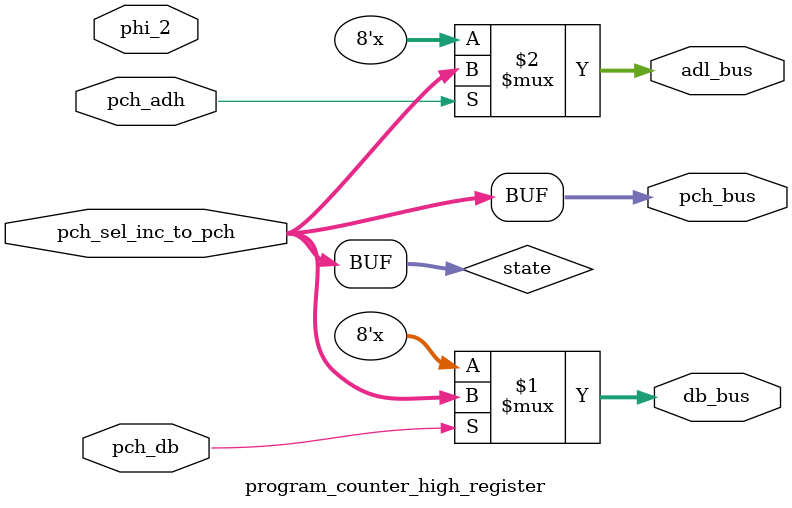
<source format=sv>
`timescale 1ns / 1ps
module program_counter_low_select(
	input pcl_pcl,
	input adl_pcl,
	
	input [7:0] pcl_bus,
	input [7:0] adl_bus,
	output [7:0] pcl_sel_to_pcl_inc);

	reg [7:0] state;

	assign state              = (pcl_pcl ? pcl_bus : {8{1'bz}}) | (adl_pcl ? adl_bus : {8{1'bz}});
	assign pcl_sel_to_pcl_inc = state;
endmodule

`timescale 1ns / 1ps
module program_counter_low_increment(
	input i_pc,
	output pclc,

	input [7:0] pcl_to_pcl_inc,
	output [7:0] pcl_sel_inc_to_pcl);

	wire [6:0] carry_bridge;

	xor(pcl_sel_inc_to_pcl[0], pcl_to_pcl_inc[0], i_pc);
	and(carry_bridge[0], pcl_to_pcl_inc[0], i_pc);

	xor(pcl_sel_inc_to_pcl[1], pcl_to_pcl_inc[1], carry_bridge[0]);
	and(carry_bridge[1], pcl_to_pcl_inc[1], carry_bridge[0]);

	xor(pcl_sel_inc_to_pcl[2], pcl_to_pcl_inc[2], carry_bridge[1]);
	and(carry_bridge[2], pcl_to_pcl_inc[2], carry_bridge[1]);

	xor(pcl_sel_inc_to_pcl[3], pcl_to_pcl_inc[3], carry_bridge[2]);
	and(carry_bridge[3], pcl_to_pcl_inc[3], carry_bridge[2]);

	xor(pcl_sel_inc_to_pcl[4], pcl_to_pcl_inc[4], carry_bridge[3]);
	and(carry_bridge[4], pcl_to_pcl_inc[4], carry_bridge[3]);

	xor(pcl_sel_inc_to_pcl[5], pcl_to_pcl_inc[5], carry_bridge[4]);
	and(carry_bridge[5], pcl_to_pcl_inc[5], carry_bridge[4]);

	xor(pcl_sel_inc_to_pcl[6], pcl_to_pcl_inc[6], carry_bridge[5]);
	and(carry_bridge[6], pcl_to_pcl_inc[6], carry_bridge[5]);

	xor(pcl_sel_inc_to_pcl[7], pcl_to_pcl_inc[7], carry_bridge[6]);
	and(pclc, pcl_to_pcl_inc[7], carry_bridge[6]);

endmodule

`timescale 1ns / 1ps
module program_counter_low_register(
	input phi_2,
	input pcl_db,
	input pcl_adl,

	input [7:0] pcl_inc_to_pcl,
	output [7:0] pcl_bus,
	output [7:0] db_bus,
	output [7:0] adl_bus);

	reg [7:0] state;

	assign pcl_bus = state;
	assign db_bus  = (pcl_db  ? state : {8{1'bz}});
	assign adl_bus = (pcl_adl ? state : {8{1'bz}});

	always @ (phi_2)
	begin
		state <= pcl_inc_to_pcl;
	end

endmodule

`timescale 1ns / 1ps
module program_counter_high_select(
	input pch_pch,
	input adh_pch,

	input [7:0] pch_bus,
	input [7:0] adh_bus,
	output [7:0] pchs);

	reg [7:0] state;

	assign state = (pch_pch ? pch_bus : {8{1'bz}}) | (adh_pch  ? pch_bus : {8{1'bz}});
	assign pchs  = state;

endmodule

`timescale 1ns / 1ps
module program_counter_high_increment(
	input pclc,
	output pchc,

	input [7:0] pchs,
	output [7:0] pch_sel_inc_to_pch);

	wire [5:0] carry_bridge;

	xor(pch_sel_inc_to_pch[0], pchs[0], pclc);
	and(carry_bridge[0], pchs[0], pclc);

	xor(pch_sel_inc_to_pch[1], pchs[1], carry_bridge[0]);
	and(carry_bridge[1], pchs[1], carry_bridge[0]);

	xor(pch_sel_inc_to_pch[2], pchs[2], carry_bridge[1]);
	and(carry_bridge[2], pchs[2], carry_bridge[1]);

	xor(pch_sel_inc_to_pch[3], pchs[3], carry_bridge[2]);
	and(pchc, pchs[3], carry_bridge[2]);

	xor(pch_sel_inc_to_pch[4], pchs[4], pchc);
	and(carry_bridge[3], pchs[4], pchc);

	xor(pch_sel_inc_to_pch[5], pchs[5], carry_bridge[3]);
	and(carry_bridge[4], pchs[5], carry_bridge[3]);

	xor(pch_sel_inc_to_pch[6], pchs[6], carry_bridge[4]);
	and(carry_bridge[5], pchs[6], carry_bridge[4]);

	xor(pch_sel_inc_to_pch[7], pchs[7], carry_bridge[5]);

endmodule

`timescale 1ns / 1ps
module program_counter_high_register(
	input phi_2,
	input pch_db,
	input pch_adh,
	
	input [7:0] pch_sel_inc_to_pch,
	output [7:0] pch_bus,
	output [7:0] db_bus,
	output [7:0] adl_bus);

	reg [7:0] state;

	assign pch_bus = state;
	assign db_bus  = (pch_db  ? state : {8{1'bz}});
	assign adl_bus = (pch_adh ? state : {8{1'bz}});

	always @ (phi_2)
	begin
		state <= pch_sel_inc_to_pch;
	end

endmodule

</source>
